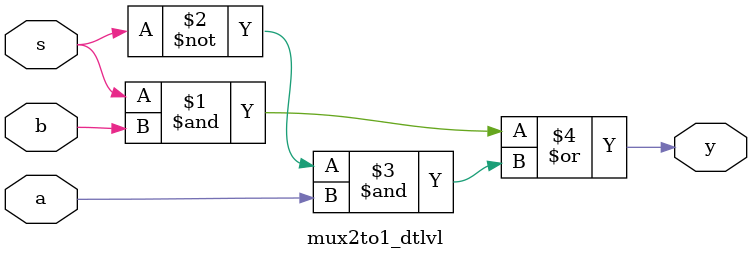
<source format=v>
module mux2to1_dtlvl (
    input  a,
    input  b,
    input  s,
    output y
);
    assign y = (s & b) | (~s & a);
endmodule


</source>
